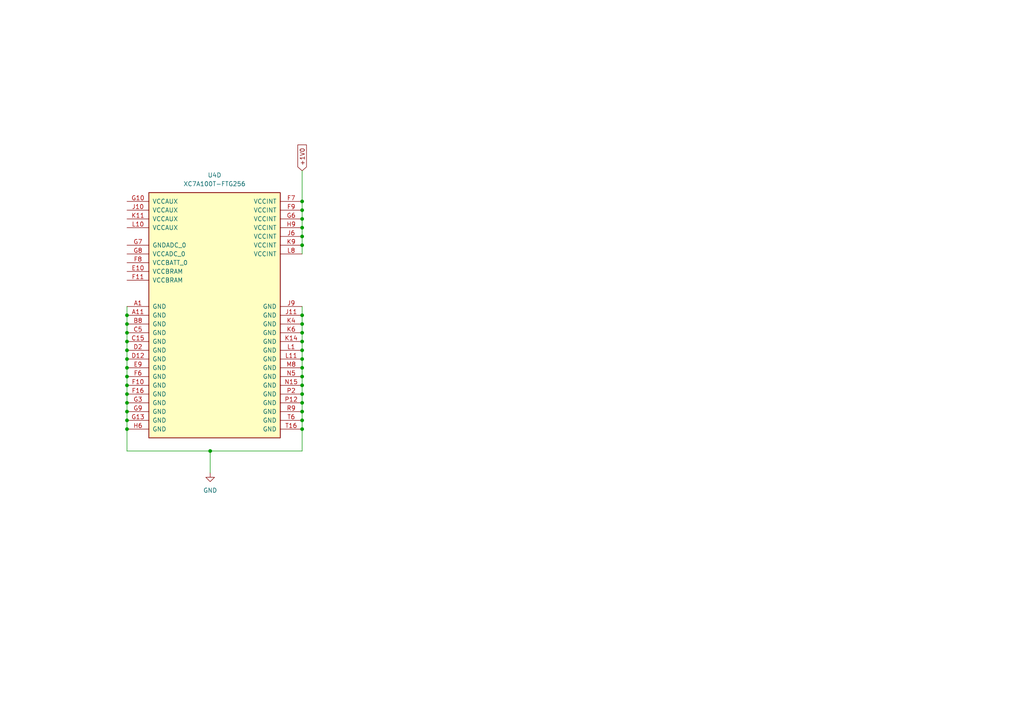
<source format=kicad_sch>
(kicad_sch (version 20231120) (generator "eeschema") (generator_version "8.0")
  (paper "A4")
  (lib_symbols
    (symbol "FPGA_Xilinx_Artix7:XC7A100T-FTG256" (pin_names (offset 1.016))
      (property "Reference" "U" (at 0 1.27 0))
      (property "Value" "XC7A100T-FTG256" (at 0 -1.27 0))
      (symbol "XC7A100T-FTG256_1_1"
        (rectangle (start -44.45 67.31) (end 44.45 -73.66) (stroke (width 0.254)) (fill (type background)))
        (pin bidirectional line (at 50.8 38.1 180) (length 6.35) (name "IO_L3N_T0_DQS_AD1N_15") (number "A10"))
        (pin bidirectional line (at 50.8 27.94 180) (length 6.35) (name "IO_L5N_T0_AD9N_15") (number "A12"))
        (pin bidirectional line (at 50.8 20.32 180) (length 6.35) (name "IO_L7P_T1_AD2P_15") (number "A13"))
        (pin bidirectional line (at 50.8 17.78 180) (length 6.35) (name "IO_L7N_T1_AD2N_15") (number "A14"))
        (pin bidirectional line (at 50.8 7.62 180) (length 6.35) (name "IO_L9N_T1_DQS_AD3N_15") (number "A15"))
        (pin power_in line (at 27.94 73.66 270) (length 6.35) (name "VCCO_15") (number "A16"))
        (pin bidirectional line (at 50.8 45.72 180) (length 6.35) (name "IO_L2P_T0_AD8P_15") (number "A8"))
        (pin bidirectional line (at 50.8 43.18 180) (length 6.35) (name "IO_L2N_T0_AD8N_15") (number "A9"))
        (pin bidirectional line (at 50.8 35.56 180) (length 6.35) (name "IO_L4P_T0_15") (number "B10"))
        (pin bidirectional line (at 50.8 33.02 180) (length 6.35) (name "IO_L4N_T0_15") (number "B11"))
        (pin bidirectional line (at 50.8 30.48 180) (length 6.35) (name "IO_L5P_T0_AD9P_15") (number "B12"))
        (pin power_in line (at 30.48 73.66 270) (length 6.35) (name "VCCO_15") (number "B13"))
        (pin bidirectional line (at 50.8 12.7 180) (length 6.35) (name "IO_L8N_T1_AD10N_15") (number "B14"))
        (pin bidirectional line (at 50.8 10.16 180) (length 6.35) (name "IO_L9P_T1_DQS_AD3P_15") (number "B15"))
        (pin bidirectional line (at 50.8 2.54 180) (length 6.35) (name "IO_L10N_T1_AD11N_15") (number "B16"))
        (pin bidirectional line (at 50.8 40.64 180) (length 6.35) (name "IO_L3P_T0_DQS_AD1P_15") (number "B9"))
        (pin power_in line (at 33.02 73.66 270) (length 6.35) (name "VCCO_15") (number "C10"))
        (pin bidirectional line (at 50.8 0 180) (length 6.35) (name "IO_L11P_T1_SRCC_15") (number "C11"))
        (pin bidirectional line (at 50.8 -2.54 180) (length 6.35) (name "IO_L11N_T1_SRCC_15") (number "C12"))
        (pin bidirectional line (at 50.8 -7.62 180) (length 6.35) (name "IO_L12N_T1_MRCC_15") (number "C13"))
        (pin bidirectional line (at 50.8 15.24 180) (length 6.35) (name "IO_L8P_T1_AD10P_15") (number "C14"))
        (pin bidirectional line (at 50.8 5.08 180) (length 6.35) (name "IO_L10P_T1_AD11P_15") (number "C16"))
        (pin bidirectional line (at 50.8 50.8 180) (length 6.35) (name "IO_L1P_T0_AD0P_15") (number "C8"))
        (pin bidirectional line (at 50.8 48.26 180) (length 6.35) (name "IO_L1N_T0_AD0N_15") (number "C9"))
        (pin bidirectional line (at 50.8 53.34 180) (length 6.35) (name "IO_0_15") (number "D10"))
        (pin bidirectional line (at 50.8 -17.78 180) (length 6.35) (name "IO_L14N_T2_SRCC_15") (number "D11"))
        (pin bidirectional line (at 50.8 -5.08 180) (length 6.35) (name "IO_L12P_T1_MRCC_15") (number "D13"))
        (pin bidirectional line (at 50.8 -20.32 180) (length 6.35) (name "IO_L15P_T2_DQS_15") (number "D14"))
        (pin bidirectional line (at 50.8 -22.86 180) (length 6.35) (name "IO_L15N_T2_DQS_ADV_B_15") (number "D15"))
        (pin bidirectional line (at 50.8 -33.02 180) (length 6.35) (name "IO_L17N_T2_A25_15") (number "D16"))
        (pin bidirectional line (at 50.8 25.4 180) (length 6.35) (name "IO_L6P_T0_15") (number "D8"))
        (pin bidirectional line (at 50.8 22.86 180) (length 6.35) (name "IO_L6N_T0_VREF_15") (number "D9"))
        (pin bidirectional line (at 50.8 -15.24 180) (length 6.35) (name "IO_L14P_T2_SRCC_15") (number "E11"))
        (pin bidirectional line (at 50.8 -10.16 180) (length 6.35) (name "IO_L13P_T2_MRCC_15") (number "E12"))
        (pin bidirectional line (at 50.8 -12.7 180) (length 6.35) (name "IO_L13N_T2_MRCC_15") (number "E13"))
        (pin power_in line (at 35.56 73.66 270) (length 6.35) (name "VCCO_15") (number "E14"))
        (pin bidirectional line (at 50.8 -38.1 180) (length 6.35) (name "IO_L18N_T2_A23_15") (number "E15"))
        (pin bidirectional line (at 50.8 -30.48 180) (length 6.35) (name "IO_L17P_T2_A26_15") (number "E16"))
        (pin bidirectional line (at 50.8 -25.4 180) (length 6.35) (name "IO_L16P_T2_A28_15") (number "F12"))
        (pin bidirectional line (at 50.8 -27.94 180) (length 6.35) (name "IO_L16N_T2_A27_15") (number "F13"))
        (pin bidirectional line (at 50.8 -53.34 180) (length 6.35) (name "IO_L21N_T3_DQS_A18_15") (number "F14"))
        (pin bidirectional line (at 50.8 -35.56 180) (length 6.35) (name "IO_L18P_T2_A24_15") (number "F15"))
        (pin bidirectional line (at 50.8 -71.12 180) (length 6.35) (name "IO_25_15") (number "G11"))
        (pin bidirectional line (at 50.8 -43.18 180) (length 6.35) (name "IO_L19N_T3_A21_VREF_15") (number "G12"))
        (pin bidirectional line (at 50.8 -50.8 180) (length 6.35) (name "IO_L21P_T3_DQS_15") (number "G14"))
        (pin bidirectional line (at 50.8 -68.58 180) (length 6.35) (name "IO_L24N_T3_RS0_15") (number "G15"))
        (pin bidirectional line (at 50.8 -58.42 180) (length 6.35) (name "IO_L22N_T3_A16_15") (number "G16"))
        (pin bidirectional line (at 50.8 -40.64 180) (length 6.35) (name "IO_L19P_T3_A22_15") (number "H11"))
        (pin bidirectional line (at 50.8 -45.72 180) (length 6.35) (name "IO_L20P_T3_A20_15") (number "H12"))
        (pin bidirectional line (at 50.8 -48.26 180) (length 6.35) (name "IO_L20N_T3_A19_15") (number "H13"))
        (pin bidirectional line (at 50.8 -66.04 180) (length 6.35) (name "IO_L24P_T3_RS1_15") (number "H14"))
        (pin power_in line (at 38.1 73.66 270) (length 6.35) (name "VCCO_15") (number "H15"))
        (pin bidirectional line (at 50.8 -55.88 180) (length 6.35) (name "IO_L22P_T3_A17_15") (number "H16"))
        (pin power_in line (at 40.64 73.66 270) (length 6.35) (name "VCCO_15") (number "J12"))
        (pin bidirectional line (at -50.8 50.8 0) (length 6.35) (name "IO_L1P_T0_D00_MOSI_14") (number "J13"))
        (pin bidirectional line (at -50.8 48.26 0) (length 6.35) (name "IO_L1N_T0_D01_DIN_14") (number "J14"))
        (pin bidirectional line (at 50.8 -60.96 180) (length 6.35) (name "IO_L23P_T3_FOE_B_15") (number "J15"))
        (pin bidirectional line (at 50.8 -63.5 180) (length 6.35) (name "IO_L23N_T3_FWE_B_15") (number "J16"))
        (pin bidirectional line (at -50.8 53.34 0) (length 6.35) (name "IO_0_14") (number "K12"))
        (pin bidirectional line (at -50.8 30.48 0) (length 6.35) (name "IO_L5P_T0_D06_14") (number "K13"))
        (pin bidirectional line (at -50.8 45.72 0) (length 6.35) (name "IO_L2P_T0_D02_14") (number "K15"))
        (pin bidirectional line (at -50.8 43.18 0) (length 6.35) (name "IO_L2N_T0_D03_14") (number "K16"))
        (pin bidirectional line (at -50.8 25.4 0) (length 6.35) (name "IO_L6P_T0_FCS_B_14") (number "L12"))
        (pin bidirectional line (at -50.8 27.94 0) (length 6.35) (name "IO_L5N_T0_D07_14") (number "L13"))
        (pin bidirectional line (at -50.8 35.56 0) (length 6.35) (name "IO_L4P_T0_D04_14") (number "L14"))
        (pin bidirectional line (at -50.8 40.64 0) (length 6.35) (name "IO_L3P_T0_DQS_PUDC_B_14") (number "L15"))
        (pin power_in line (at -40.64 73.66 270) (length 6.35) (name "VCCO_14") (number "L16"))
        (pin bidirectional line (at -50.8 22.86 0) (length 6.35) (name "IO_L6N_T0_D08_VREF_14") (number "M12"))
        (pin power_in line (at -38.1 73.66 270) (length 6.35) (name "VCCO_14") (number "M13"))
        (pin bidirectional line (at -50.8 33.02 0) (length 6.35) (name "IO_L4N_T0_D05_14") (number "M14"))
        (pin bidirectional line (at -50.8 38.1 0) (length 6.35) (name "IO_L3N_T0_DQS_EMCCLK_14") (number "M15"))
        (pin bidirectional line (at -50.8 20.32 0) (length 6.35) (name "IO_L7P_T1_D09_14") (number "M16"))
        (pin bidirectional line (at -50.8 -40.64 0) (length 6.35) (name "IO_L19P_T3_A10_D26_14") (number "M6"))
        (pin power_in line (at -35.56 73.66 270) (length 6.35) (name "VCCO_14") (number "N10"))
        (pin bidirectional line (at -50.8 -10.16 0) (length 6.35) (name "IO_L13P_T2_MRCC_14") (number "N11"))
        (pin bidirectional line (at -50.8 -12.7 0) (length 6.35) (name "IO_L13N_T2_MRCC_14") (number "N12"))
        (pin bidirectional line (at -50.8 0 0) (length 6.35) (name "IO_L11P_T1_SRCC_14") (number "N13"))
        (pin bidirectional line (at -50.8 -5.08 0) (length 6.35) (name "IO_L12P_T1_MRCC_14") (number "N14"))
        (pin bidirectional line (at -50.8 17.78 0) (length 6.35) (name "IO_L7N_T1_D10_14") (number "N16"))
        (pin bidirectional line (at -50.8 -43.18 0) (length 6.35) (name "IO_L19N_T3_A09_D25_VREF_14") (number "N6"))
        (pin bidirectional line (at -50.8 -35.56 0) (length 6.35) (name "IO_L18P_T2_A12_D28_14") (number "N9"))
        (pin bidirectional line (at -50.8 -15.24 0) (length 6.35) (name "IO_L14P_T2_SRCC_14") (number "P10"))
        (pin bidirectional line (at -50.8 -17.78 0) (length 6.35) (name "IO_L14N_T2_SRCC_14") (number "P11"))
        (pin bidirectional line (at -50.8 -2.54 0) (length 6.35) (name "IO_L11N_T1_SRCC_14") (number "P13"))
        (pin bidirectional line (at -50.8 -7.62 0) (length 6.35) (name "IO_L12N_T1_MRCC_14") (number "P14"))
        (pin bidirectional line (at -50.8 15.24 0) (length 6.35) (name "IO_L8P_T1_D11_14") (number "P15"))
        (pin bidirectional line (at -50.8 12.7 0) (length 6.35) (name "IO_L8N_T1_D12_14") (number "P16"))
        (pin bidirectional line (at -50.8 -71.12 0) (length 6.35) (name "IO_25_14") (number "P6"))
        (pin power_in line (at -33.02 73.66 270) (length 6.35) (name "VCCO_14") (number "P7"))
        (pin bidirectional line (at -50.8 -45.72 0) (length 6.35) (name "IO_L20P_T3_A08_D24_14") (number "P8"))
        (pin bidirectional line (at -50.8 -38.1 0) (length 6.35) (name "IO_L18N_T2_A11_D27_14") (number "P9"))
        (pin bidirectional line (at -50.8 -30.48 0) (length 6.35) (name "IO_L17P_T2_A14_D30_14") (number "R10"))
        (pin bidirectional line (at -50.8 -33.02 0) (length 6.35) (name "IO_L17N_T2_A13_D29_14") (number "R11"))
        (pin bidirectional line (at -50.8 -20.32 0) (length 6.35) (name "IO_L15P_T2_DQS_RDWR_B_14") (number "R12"))
        (pin bidirectional line (at -50.8 -25.4 0) (length 6.35) (name "IO_L16P_T2_CSI_B_14") (number "R13"))
        (pin power_in line (at -30.48 73.66 270) (length 6.35) (name "VCCO_14") (number "R14"))
        (pin bidirectional line (at -50.8 10.16 0) (length 6.35) (name "IO_L9P_T1_DQS_14") (number "R15"))
        (pin bidirectional line (at -50.8 7.62 0) (length 6.35) (name "IO_L9N_T1_DQS_D13_14") (number "R16"))
        (pin bidirectional line (at -50.8 -60.96 0) (length 6.35) (name "IO_L23P_T3_A03_D19_14") (number "R5"))
        (pin bidirectional line (at -50.8 -66.04 0) (length 6.35) (name "IO_L24P_T3_A01_D17_14") (number "R6"))
        (pin bidirectional line (at -50.8 -68.58 0) (length 6.35) (name "IO_L24N_T3_A00_D16_14") (number "R7"))
        (pin bidirectional line (at -50.8 -48.26 0) (length 6.35) (name "IO_L20N_T3_A07_D23_14") (number "R8"))
        (pin bidirectional line (at -50.8 -58.42 0) (length 6.35) (name "IO_L22N_T3_A04_D20_14") (number "T10"))
        (pin power_in line (at -27.94 73.66 270) (length 6.35) (name "VCCO_14") (number "T11"))
        (pin bidirectional line (at -50.8 -22.86 0) (length 6.35) (name "IO_L15N_T2_DQS_DOUT_CSO_B_14") (number "T12"))
        (pin bidirectional line (at -50.8 -27.94 0) (length 6.35) (name "IO_L16N_T2_A15_D31_14") (number "T13"))
        (pin bidirectional line (at -50.8 5.08 0) (length 6.35) (name "IO_L10P_T1_D14_14") (number "T14"))
        (pin bidirectional line (at -50.8 2.54 0) (length 6.35) (name "IO_L10N_T1_D15_14") (number "T15"))
        (pin bidirectional line (at -50.8 -63.5 0) (length 6.35) (name "IO_L23N_T3_A02_D18_14") (number "T5"))
        (pin bidirectional line (at -50.8 -50.8 0) (length 6.35) (name "IO_L21P_T3_DQS_14") (number "T7"))
        (pin bidirectional line (at -50.8 -53.34 0) (length 6.35) (name "IO_L21N_T3_DQS_A06_D22_14") (number "T8"))
        (pin bidirectional line (at -50.8 -55.88 0) (length 6.35) (name "IO_L22P_T3_A05_D21_14") (number "T9"))
      )
      (symbol "XC7A100T-FTG256_2_1"
        (rectangle (start -44.45 67.31) (end 44.45 -73.66) (stroke (width 0.254)) (fill (type background)))
        (pin bidirectional line (at 50.8 12.7 180) (length 6.35) (name "IO_L8N_T1_AD14N_35") (number "A2"))
        (pin bidirectional line (at 50.8 33.02 180) (length 6.35) (name "IO_L4N_T0_35") (number "A3"))
        (pin bidirectional line (at 50.8 38.1 180) (length 6.35) (name "IO_L3N_T0_DQS_AD5N_35") (number "A4"))
        (pin bidirectional line (at 50.8 40.64 180) (length 6.35) (name "IO_L3P_T0_DQS_AD5P_35") (number "A5"))
        (pin power_in line (at 27.94 73.66 270) (length 6.35) (name "VCCO_35") (number "A6"))
        (pin bidirectional line (at 50.8 48.26 180) (length 6.35) (name "IO_L1N_T0_AD4N_35") (number "A7"))
        (pin bidirectional line (at 50.8 7.62 180) (length 6.35) (name "IO_L9N_T1_DQS_AD7N_35") (number "B1"))
        (pin bidirectional line (at 50.8 15.24 180) (length 6.35) (name "IO_L8P_T1_AD14P_35") (number "B2"))
        (pin power_in line (at 30.48 73.66 270) (length 6.35) (name "VCCO_35") (number "B3"))
        (pin bidirectional line (at 50.8 35.56 180) (length 6.35) (name "IO_L4P_T0_35") (number "B4"))
        (pin bidirectional line (at 50.8 43.18 180) (length 6.35) (name "IO_L2N_T0_AD12N_35") (number "B5"))
        (pin bidirectional line (at 50.8 45.72 180) (length 6.35) (name "IO_L2P_T0_AD12P_35") (number "B6"))
        (pin bidirectional line (at 50.8 50.8 180) (length 6.35) (name "IO_L1P_T0_AD4P_35") (number "B7"))
        (pin bidirectional line (at 50.8 10.16 180) (length 6.35) (name "IO_L9P_T1_DQS_AD7P_35") (number "C1"))
        (pin bidirectional line (at 50.8 17.78 180) (length 6.35) (name "IO_L7N_T1_AD6N_35") (number "C2"))
        (pin bidirectional line (at 50.8 20.32 180) (length 6.35) (name "IO_L7P_T1_AD6P_35") (number "C3"))
        (pin bidirectional line (at 50.8 -7.62 180) (length 6.35) (name "IO_L12N_T1_MRCC_35") (number "C4"))
        (pin bidirectional line (at 50.8 27.94 180) (length 6.35) (name "IO_L5N_T0_AD13N_35") (number "C6"))
        (pin bidirectional line (at 50.8 30.48 180) (length 6.35) (name "IO_L5P_T0_AD13P_35") (number "C7"))
        (pin bidirectional line (at 50.8 2.54 180) (length 6.35) (name "IO_L10N_T1_AD15N_35") (number "D1"))
        (pin bidirectional line (at 50.8 -2.54 180) (length 6.35) (name "IO_L11N_T1_SRCC_35") (number "D3"))
        (pin bidirectional line (at 50.8 -5.08 180) (length 6.35) (name "IO_L12P_T1_MRCC_35") (number "D4"))
        (pin bidirectional line (at 50.8 22.86 180) (length 6.35) (name "IO_L6N_T0_VREF_35") (number "D5"))
        (pin bidirectional line (at 50.8 25.4 180) (length 6.35) (name "IO_L6P_T0_35") (number "D6"))
        (pin power_in line (at 33.02 73.66 270) (length 6.35) (name "VCCO_35") (number "D7"))
        (pin bidirectional line (at 50.8 -22.86 180) (length 6.35) (name "IO_L15N_T2_DQS_35") (number "E1"))
        (pin bidirectional line (at 50.8 5.08 180) (length 6.35) (name "IO_L10P_T1_AD15P_35") (number "E2"))
        (pin bidirectional line (at 50.8 0 180) (length 6.35) (name "IO_L11P_T1_SRCC_35") (number "E3"))
        (pin power_in line (at 35.56 73.66 270) (length 6.35) (name "VCCO_35") (number "E4"))
        (pin bidirectional line (at 50.8 -12.7 180) (length 6.35) (name "IO_L13N_T2_MRCC_35") (number "E5"))
        (pin bidirectional line (at 50.8 53.34 180) (length 6.35) (name "IO_0_35") (number "E6"))
        (pin power_in line (at 38.1 73.66 270) (length 6.35) (name "VCCO_35") (number "F1"))
        (pin bidirectional line (at 50.8 -20.32 180) (length 6.35) (name "IO_L15P_T2_DQS_35") (number "F2"))
        (pin bidirectional line (at 50.8 -17.78 180) (length 6.35) (name "IO_L14N_T2_SRCC_35") (number "F3"))
        (pin bidirectional line (at 50.8 -15.24 180) (length 6.35) (name "IO_L14P_T2_SRCC_35") (number "F4"))
        (pin bidirectional line (at 50.8 -10.16 180) (length 6.35) (name "IO_L13P_T2_MRCC_35") (number "F5"))
        (pin bidirectional line (at 50.8 -33.02 180) (length 6.35) (name "IO_L17N_T2_35") (number "G1"))
        (pin bidirectional line (at 50.8 -30.48 180) (length 6.35) (name "IO_L17P_T2_35") (number "G2"))
        (pin bidirectional line (at 50.8 -27.94 180) (length 6.35) (name "IO_L16N_T2_35") (number "G4"))
        (pin bidirectional line (at 50.8 -25.4 180) (length 6.35) (name "IO_L16P_T2_35") (number "G5"))
        (pin bidirectional line (at 50.8 -48.26 180) (length 6.35) (name "IO_L20N_T3_35") (number "H1"))
        (pin bidirectional line (at 50.8 -45.72 180) (length 6.35) (name "IO_L20P_T3_35") (number "H2"))
        (pin bidirectional line (at 50.8 -53.34 180) (length 6.35) (name "IO_L21N_T3_DQS_35") (number "H3"))
        (pin bidirectional line (at 50.8 -38.1 180) (length 6.35) (name "IO_L18N_T2_35") (number "H4"))
        (pin bidirectional line (at 50.8 -35.56 180) (length 6.35) (name "IO_L18P_T2_35") (number "H5"))
        (pin bidirectional line (at 50.8 -58.42 180) (length 6.35) (name "IO_L22N_T3_35") (number "J1"))
        (pin power_in line (at 40.64 73.66 270) (length 6.35) (name "VCCO_35") (number "J2"))
        (pin bidirectional line (at 50.8 -50.8 180) (length 6.35) (name "IO_L21P_T3_DQS_35") (number "J3"))
        (pin bidirectional line (at 50.8 -43.18 180) (length 6.35) (name "IO_L19N_T3_VREF_35") (number "J4"))
        (pin bidirectional line (at 50.8 -40.64 180) (length 6.35) (name "IO_L19P_T3_35") (number "J5"))
        (pin bidirectional line (at 50.8 -55.88 180) (length 6.35) (name "IO_L22P_T3_35") (number "K1"))
        (pin bidirectional line (at 50.8 -68.58 180) (length 6.35) (name "IO_L24N_T3_35") (number "K2"))
        (pin bidirectional line (at 50.8 -66.04 180) (length 6.35) (name "IO_L24P_T3_35") (number "K3"))
        (pin bidirectional line (at 50.8 -71.12 180) (length 6.35) (name "IO_25_35") (number "K5"))
        (pin bidirectional line (at 50.8 -63.5 180) (length 6.35) (name "IO_L23N_T3_35") (number "L2"))
        (pin bidirectional line (at 50.8 -60.96 180) (length 6.35) (name "IO_L23P_T3_35") (number "L3"))
        (pin bidirectional line (at -50.8 50.8 0) (length 6.35) (name "IO_L1P_T0_34") (number "L4"))
        (pin bidirectional line (at -50.8 53.34 0) (length 6.35) (name "IO_0_34") (number "L5"))
        (pin bidirectional line (at -50.8 43.18 0) (length 6.35) (name "IO_L2N_T0_34") (number "M1"))
        (pin bidirectional line (at -50.8 45.72 0) (length 6.35) (name "IO_L2P_T0_34") (number "M2"))
        (pin power_in line (at -40.64 73.66 270) (length 6.35) (name "VCCO_34") (number "M3"))
        (pin bidirectional line (at -50.8 48.26 0) (length 6.35) (name "IO_L1N_T0_34") (number "M4"))
        (pin bidirectional line (at -50.8 25.4 0) (length 6.35) (name "IO_L6P_T0_34") (number "M5"))
        (pin bidirectional line (at -50.8 35.56 0) (length 6.35) (name "IO_L4P_T0_34") (number "N1"))
        (pin bidirectional line (at -50.8 38.1 0) (length 6.35) (name "IO_L3N_T0_DQS_34") (number "N2"))
        (pin bidirectional line (at -50.8 40.64 0) (length 6.35) (name "IO_L3P_T0_DQS_34") (number "N3"))
        (pin bidirectional line (at -50.8 22.86 0) (length 6.35) (name "IO_L6N_T0_VREF_34") (number "N4"))
        (pin bidirectional line (at -50.8 33.02 0) (length 6.35) (name "IO_L4N_T0_34") (number "P1"))
        (pin bidirectional line (at -50.8 27.94 0) (length 6.35) (name "IO_L5N_T0_34") (number "P3"))
        (pin bidirectional line (at -50.8 30.48 0) (length 6.35) (name "IO_L5P_T0_34") (number "P4"))
        (pin bidirectional line (at -50.8 5.08 0) (length 6.35) (name "IO_L10P_T1_34") (number "P5"))
        (pin bidirectional line (at -50.8 17.78 0) (length 6.35) (name "IO_L7N_T1_34") (number "R1"))
        (pin bidirectional line (at -50.8 20.32 0) (length 6.35) (name "IO_L7P_T1_34") (number "R2"))
        (pin bidirectional line (at -50.8 15.24 0) (length 6.35) (name "IO_L8P_T1_34") (number "R3"))
        (pin power_in line (at -38.1 73.66 270) (length 6.35) (name "VCCO_34") (number "R4"))
        (pin power_in line (at -35.56 73.66 270) (length 6.35) (name "VCCO_34") (number "T1"))
        (pin bidirectional line (at -50.8 12.7 0) (length 6.35) (name "IO_L8N_T1_34") (number "T2"))
        (pin bidirectional line (at -50.8 7.62 0) (length 6.35) (name "IO_L9N_T1_DQS_34") (number "T3"))
        (pin bidirectional line (at -50.8 10.16 0) (length 6.35) (name "IO_L9P_T1_DQS_34") (number "T4"))
      )
      (symbol "XC7A100T-FTG256_3_1"
        (rectangle (start -31.75 34.29) (end 31.75 -40.64) (stroke (width 0.254)) (fill (type background)))
        (pin bidirectional line (at 38.1 -15.24 180) (length 6.35) (name "CFGBVS_0") (number "E7"))
        (pin bidirectional line (at 38.1 7.62 180) (length 6.35) (name "CCLK_0") (number "E8"))
        (pin bidirectional line (at 38.1 -5.08 180) (length 6.35) (name "DONE_0") (number "H10"))
        (pin bidirectional line (at 38.1 -30.48 180) (length 6.35) (name "VREFN_0") (number "H7"))
        (pin bidirectional line (at 38.1 -20.32 180) (length 6.35) (name "VP_0") (number "H8"))
        (pin bidirectional line (at 38.1 -22.86 180) (length 6.35) (name "VN_0") (number "J7"))
        (pin bidirectional line (at 38.1 -27.94 180) (length 6.35) (name "VREFP_0") (number "J8"))
        (pin bidirectional line (at 38.1 -7.62 180) (length 6.35) (name "INIT_B_0") (number "K10"))
        (pin bidirectional line (at 38.1 -38.1 180) (length 6.35) (name "DXN_0") (number "K7"))
        (pin bidirectional line (at 38.1 -35.56 180) (length 6.35) (name "DXP_0") (number "K8"))
        (pin power_in line (at 27.94 40.64 270) (length 6.35) (name "VCCO_0") (number "L6"))
        (pin bidirectional line (at 38.1 12.7 180) (length 6.35) (name "TCK_0") (number "L7"))
        (pin bidirectional line (at 38.1 -10.16 180) (length 6.35) (name "PROGRAM_B_0") (number "L9"))
        (pin bidirectional line (at 38.1 2.54 180) (length 6.35) (name "M1_0") (number "M10"))
        (pin bidirectional line (at 38.1 0 180) (length 6.35) (name "M2_0") (number "M11"))
        (pin bidirectional line (at 38.1 15.24 180) (length 6.35) (name "TMS_0") (number "M7"))
        (pin bidirectional line (at 38.1 5.08 180) (length 6.35) (name "M0_0") (number "M9"))
        (pin bidirectional line (at 38.1 20.32 180) (length 6.35) (name "TDI_0") (number "N7"))
        (pin bidirectional line (at 38.1 17.78 180) (length 6.35) (name "TDO_0") (number "N8"))
      )
      (symbol "XC7A100T-FTG256_4_1"
        (rectangle (start -19.05 35.56) (end 19.05 -35.56) (stroke (width 0.254)) (fill (type background)))
        (pin power_in line (at -25.4 2.54 0) (length 6.35) (name "GND") (number "A1"))
        (pin power_in line (at -25.4 0 0) (length 6.35) (name "GND") (number "A11"))
        (pin power_in line (at -25.4 -2.54 0) (length 6.35) (name "GND") (number "B8"))
        (pin power_in line (at -25.4 -7.62 0) (length 6.35) (name "GND") (number "C15"))
        (pin power_in line (at -25.4 -5.08 0) (length 6.35) (name "GND") (number "C5"))
        (pin power_in line (at -25.4 -12.7 0) (length 6.35) (name "GND") (number "D12"))
        (pin power_in line (at -25.4 -10.16 0) (length 6.35) (name "GND") (number "D2"))
        (pin power_in line (at -25.4 12.7 0) (length 6.35) (name "VCCBRAM") (number "E10"))
        (pin power_in line (at -25.4 -15.24 0) (length 6.35) (name "GND") (number "E9"))
        (pin power_in line (at -25.4 -20.32 0) (length 6.35) (name "GND") (number "F10"))
        (pin power_in line (at -25.4 10.16 0) (length 6.35) (name "VCCBRAM") (number "F11"))
        (pin power_in line (at -25.4 -22.86 0) (length 6.35) (name "GND") (number "F16"))
        (pin power_in line (at -25.4 -17.78 0) (length 6.35) (name "GND") (number "F6"))
        (pin power_in line (at 25.4 33.02 180) (length 6.35) (name "VCCINT") (number "F7"))
        (pin power_in line (at -25.4 15.24 0) (length 6.35) (name "VCCBATT_0") (number "F8"))
        (pin power_in line (at 25.4 30.48 180) (length 6.35) (name "VCCINT") (number "F9"))
        (pin power_in line (at -25.4 33.02 0) (length 6.35) (name "VCCAUX") (number "G10"))
        (pin power_in line (at -25.4 -30.48 0) (length 6.35) (name "GND") (number "G13"))
        (pin power_in line (at -25.4 -25.4 0) (length 6.35) (name "GND") (number "G3"))
        (pin power_in line (at 25.4 27.94 180) (length 6.35) (name "VCCINT") (number "G6"))
        (pin power_in line (at -25.4 20.32 0) (length 6.35) (name "GNDADC_0") (number "G7"))
        (pin power_in line (at -25.4 17.78 0) (length 6.35) (name "VCCADC_0") (number "G8"))
        (pin power_in line (at -25.4 -27.94 0) (length 6.35) (name "GND") (number "G9"))
        (pin power_in line (at -25.4 -33.02 0) (length 6.35) (name "GND") (number "H6"))
        (pin power_in line (at 25.4 25.4 180) (length 6.35) (name "VCCINT") (number "H9"))
        (pin power_in line (at -25.4 30.48 0) (length 6.35) (name "VCCAUX") (number "J10"))
        (pin power_in line (at 25.4 0 180) (length 6.35) (name "GND") (number "J11"))
        (pin power_in line (at 25.4 22.86 180) (length 6.35) (name "VCCINT") (number "J6"))
        (pin power_in line (at 25.4 2.54 180) (length 6.35) (name "GND") (number "J9"))
        (pin power_in line (at -25.4 27.94 0) (length 6.35) (name "VCCAUX") (number "K11"))
        (pin power_in line (at 25.4 -7.62 180) (length 6.35) (name "GND") (number "K14"))
        (pin power_in line (at 25.4 -2.54 180) (length 6.35) (name "GND") (number "K4"))
        (pin power_in line (at 25.4 -5.08 180) (length 6.35) (name "GND") (number "K6"))
        (pin power_in line (at 25.4 20.32 180) (length 6.35) (name "VCCINT") (number "K9"))
        (pin power_in line (at 25.4 -10.16 180) (length 6.35) (name "GND") (number "L1"))
        (pin power_in line (at -25.4 25.4 0) (length 6.35) (name "VCCAUX") (number "L10"))
        (pin power_in line (at 25.4 -12.7 180) (length 6.35) (name "GND") (number "L11"))
        (pin power_in line (at 25.4 17.78 180) (length 6.35) (name "VCCINT") (number "L8"))
        (pin power_in line (at 25.4 -15.24 180) (length 6.35) (name "GND") (number "M8"))
        (pin power_in line (at 25.4 -20.32 180) (length 6.35) (name "GND") (number "N15"))
        (pin power_in line (at 25.4 -17.78 180) (length 6.35) (name "GND") (number "N5"))
        (pin power_in line (at 25.4 -25.4 180) (length 6.35) (name "GND") (number "P12"))
        (pin power_in line (at 25.4 -22.86 180) (length 6.35) (name "GND") (number "P2"))
        (pin power_in line (at 25.4 -27.94 180) (length 6.35) (name "GND") (number "R9"))
        (pin power_in line (at 25.4 -33.02 180) (length 6.35) (name "GND") (number "T16"))
        (pin power_in line (at 25.4 -30.48 180) (length 6.35) (name "GND") (number "T6"))
      )
    )
    (symbol "power:GND" (power) (pin_numbers hide) (pin_names (offset 0) hide)
      (property "Value" "GND" (at 0 -3.81 0))
      (symbol "GND_0_1"
        (polyline (pts (xy 0 0) (xy 0 -1.27) (xy 1.27 -1.27) (xy 0 -2.54) (xy -1.27 -1.27) (xy 0 -1.27)))
      )
      (symbol "GND_1_1"
        (pin power_in line (at 0 0 270) (length 0) (name "~") (number "1"))
      )
    )
  )
  (junction (at 87.63 101.6))
  (junction (at 87.63 121.92))
  (junction (at 36.83 116.84))
  (junction (at 36.83 91.44))
  (junction (at 87.63 119.38))
  (junction (at 36.83 96.52))
  (junction (at 36.83 99.06))
  (junction (at 87.63 91.44))
  (junction (at 36.83 101.6))
  (junction (at 36.83 109.22))
  (junction (at 36.83 121.92))
  (junction (at 87.63 68.58))
  (junction (at 87.63 96.52))
  (junction (at 87.63 111.76))
  (junction (at 87.63 106.68))
  (junction (at 87.63 99.06))
  (junction (at 87.63 104.14))
  (junction (at 36.83 93.98))
  (junction (at 36.83 106.68))
  (junction (at 87.63 116.84))
  (junction (at 87.63 63.5))
  (junction (at 36.83 124.46))
  (junction (at 87.63 109.22))
  (junction (at 60.96 130.81))
  (junction (at 36.83 119.38))
  (junction (at 36.83 104.14))
  (junction (at 87.63 66.04))
  (junction (at 36.83 114.3))
  (junction (at 87.63 124.46))
  (junction (at 36.83 111.76))
  (junction (at 87.63 114.3))
  (junction (at 87.63 93.98))
  (junction (at 87.63 58.42))
  (junction (at 87.63 71.12))
  (junction (at 87.63 60.96))
  (wire (pts (xy 36.83 114.3) (xy 36.83 116.84)))
  (wire (pts (xy 87.63 114.3) (xy 87.63 116.84)))
  (wire (pts (xy 36.83 116.84) (xy 36.83 119.38)))
  (wire (pts (xy 87.63 109.22) (xy 87.63 111.76)))
  (wire (pts (xy 36.83 91.44) (xy 36.83 93.98)))
  (wire (pts (xy 87.63 91.44) (xy 87.63 93.98)))
  (wire (pts (xy 87.63 96.52) (xy 87.63 99.06)))
  (wire (pts (xy 36.83 121.92) (xy 36.83 124.46)))
  (wire (pts (xy 87.63 68.58) (xy 87.63 71.12)))
  (wire (pts (xy 87.63 111.76) (xy 87.63 114.3)))
  (wire (pts (xy 87.63 71.12) (xy 87.63 73.66)))
  (wire (pts (xy 60.96 130.81) (xy 60.96 137.16)))
  (wire (pts (xy 87.63 60.96) (xy 87.63 63.5)))
  (wire (pts (xy 36.83 96.52) (xy 36.83 99.06)))
  (wire (pts (xy 87.63 101.6) (xy 87.63 104.14)))
  (wire (pts (xy 87.63 119.38) (xy 87.63 121.92)))
  (wire (pts (xy 36.83 104.14) (xy 36.83 106.68)))
  (wire (pts (xy 87.63 104.14) (xy 87.63 106.68)))
  (wire (pts (xy 36.83 101.6) (xy 36.83 104.14)))
  (wire (pts (xy 60.96 130.81) (xy 36.83 130.81)))
  (wire (pts (xy 87.63 99.06) (xy 87.63 101.6)))
  (wire (pts (xy 87.63 58.42) (xy 87.63 60.96)))
  (wire (pts (xy 87.63 130.81) (xy 60.96 130.81)))
  (wire (pts (xy 36.83 109.22) (xy 36.83 111.76)))
  (wire (pts (xy 87.63 63.5) (xy 87.63 66.04)))
  (wire (pts (xy 87.63 116.84) (xy 87.63 119.38)))
  (wire (pts (xy 36.83 111.76) (xy 36.83 114.3)))
  (wire (pts (xy 87.63 88.9) (xy 87.63 91.44)))
  (wire (pts (xy 87.63 66.04) (xy 87.63 68.58)))
  (wire (pts (xy 36.83 130.81) (xy 36.83 124.46)))
  (wire (pts (xy 87.63 49.53) (xy 87.63 58.42)))
  (wire (pts (xy 87.63 124.46) (xy 87.63 130.81)))
  (wire (pts (xy 36.83 106.68) (xy 36.83 109.22)))
  (wire (pts (xy 36.83 119.38) (xy 36.83 121.92)))
  (wire (pts (xy 36.83 99.06) (xy 36.83 101.6)))
  (wire (pts (xy 87.63 93.98) (xy 87.63 96.52)))
  (wire (pts (xy 87.63 106.68) (xy 87.63 109.22)))
  (wire (pts (xy 36.83 93.98) (xy 36.83 96.52)))
  (wire (pts (xy 87.63 121.92) (xy 87.63 124.46)))
  (wire (pts (xy 36.83 88.9) (xy 36.83 91.44)))
  (global_label "+1V0" (shape input) (at 87.63 49.53 90) (property "Intersheetrefs" "${INTERSHEET_REFS}" (effects (hide yes))))
  (symbol (lib_id "power:GND") (at 60.96 137.16 0) (unit 1)
    (property "Reference" "#PWR09" (effects (hide yes)))
    (property "Value" "GND" (at 60.96 142.24 0))
    (property "Description" "Power symbol creates a global label with name \"GND\" , ground" (effects (hide yes)))
  )
  (symbol (lib_id "FPGA_Xilinx_Artix7:XC7A100T-FTG256") (at 62.23 91.44 0) (unit 4)
    (property "Reference" "U4" (at 62.23 50.8 0))
    (property "Value" "XC7A100T-FTG256" (at 62.23 53.34 0))
    (property "Description" "Artix 7 T 100 XC7A100T-FTG256" (effects (hide yes)))
  )
)
</source>
